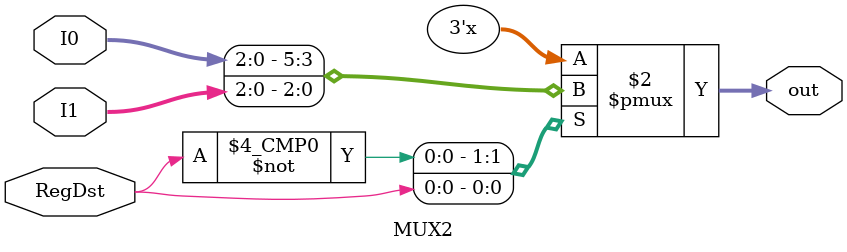
<source format=v>
`timescale 1ns/1ns
module MUX2(input [2:0] I0,I1 ,input RegDst , output reg [2:0] out);

always@(I0,I1,RegDst) begin
	case(RegDst)
		0: out <= I0;
		1: out <= I1;
	endcase
end
endmodule

</source>
